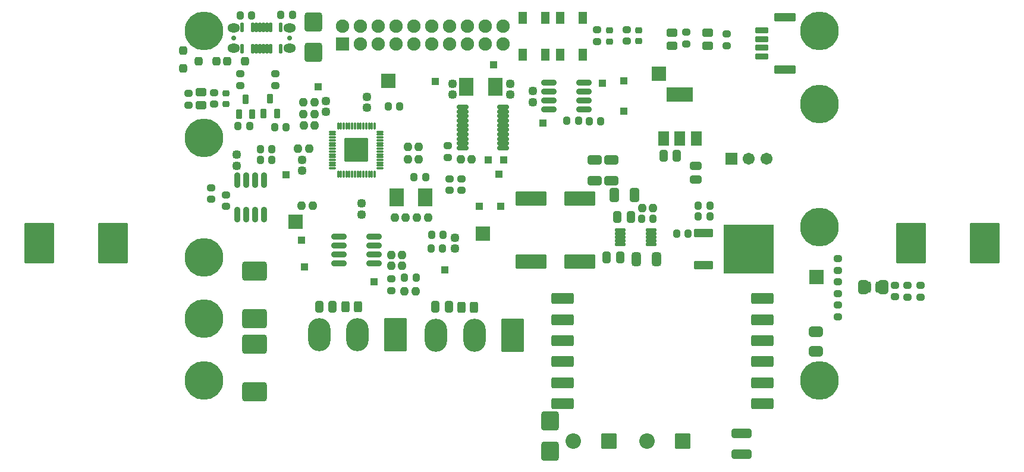
<source format=gts>
G04 #@! TF.GenerationSoftware,KiCad,Pcbnew,7.0.6*
G04 #@! TF.CreationDate,2024-01-26T23:20:00-08:00*
G04 #@! TF.ProjectId,POWER_BOARD,504f5745-525f-4424-9f41-52442e6b6963,rev?*
G04 #@! TF.SameCoordinates,Original*
G04 #@! TF.FileFunction,Soldermask,Top*
G04 #@! TF.FilePolarity,Negative*
%FSLAX46Y46*%
G04 Gerber Fmt 4.6, Leading zero omitted, Abs format (unit mm)*
G04 Created by KiCad (PCBNEW 7.0.6) date 2024-01-26 23:20:00*
%MOMM*%
%LPD*%
G01*
G04 APERTURE LIST*
G04 Aperture macros list*
%AMRoundRect*
0 Rectangle with rounded corners*
0 $1 Rounding radius*
0 $2 $3 $4 $5 $6 $7 $8 $9 X,Y pos of 4 corners*
0 Add a 4 corners polygon primitive as box body*
4,1,4,$2,$3,$4,$5,$6,$7,$8,$9,$2,$3,0*
0 Add four circle primitives for the rounded corners*
1,1,$1+$1,$2,$3*
1,1,$1+$1,$4,$5*
1,1,$1+$1,$6,$7*
1,1,$1+$1,$8,$9*
0 Add four rect primitives between the rounded corners*
20,1,$1+$1,$2,$3,$4,$5,0*
20,1,$1+$1,$4,$5,$6,$7,0*
20,1,$1+$1,$6,$7,$8,$9,0*
20,1,$1+$1,$8,$9,$2,$3,0*%
G04 Aperture macros list end*
%ADD10RoundRect,0.301600X-0.200000X-0.275000X0.200000X-0.275000X0.200000X0.275000X-0.200000X0.275000X0*%
%ADD11RoundRect,0.326600X0.225000X0.250000X-0.225000X0.250000X-0.225000X-0.250000X0.225000X-0.250000X0*%
%ADD12RoundRect,0.351600X0.262500X0.450000X-0.262500X0.450000X-0.262500X-0.450000X0.262500X-0.450000X0*%
%ADD13RoundRect,0.351600X1.400000X1.000000X-1.400000X1.000000X-1.400000X-1.000000X1.400000X-1.000000X0*%
%ADD14RoundRect,0.218750X-0.256250X0.218750X-0.256250X-0.218750X0.256250X-0.218750X0.256250X0.218750X0*%
%ADD15RoundRect,0.301600X0.200000X0.275000X-0.200000X0.275000X-0.200000X-0.275000X0.200000X-0.275000X0*%
%ADD16RoundRect,0.351600X-1.400000X-1.000000X1.400000X-1.000000X1.400000X1.000000X-1.400000X1.000000X0*%
%ADD17RoundRect,0.326600X-0.225000X-0.250000X0.225000X-0.250000X0.225000X0.250000X-0.225000X0.250000X0*%
%ADD18RoundRect,0.101600X-2.000000X-2.750000X2.000000X-2.750000X2.000000X2.750000X-2.000000X2.750000X0*%
%ADD19C,5.500000*%
%ADD20RoundRect,0.251600X-0.825000X-0.150000X0.825000X-0.150000X0.825000X0.150000X-0.825000X0.150000X0*%
%ADD21RoundRect,0.326600X0.250000X-0.225000X0.250000X0.225000X-0.250000X0.225000X-0.250000X-0.225000X0*%
%ADD22RoundRect,0.076200X0.088900X0.406400X-0.088900X0.406400X-0.088900X-0.406400X0.088900X-0.406400X0*%
%ADD23RoundRect,0.076200X0.406400X-0.088900X0.406400X0.088900X-0.406400X0.088900X-0.406400X-0.088900X0*%
%ADD24C,0.852400*%
%ADD25RoundRect,0.076200X1.600200X-1.600200X1.600200X1.600200X-1.600200X1.600200X-1.600200X-1.600200X0*%
%ADD26R,1.000000X1.000000*%
%ADD27RoundRect,0.351600X1.100000X-0.325000X1.100000X0.325000X-1.100000X0.325000X-1.100000X-0.325000X0*%
%ADD28RoundRect,0.351600X0.250000X0.475000X-0.250000X0.475000X-0.250000X-0.475000X0.250000X-0.475000X0*%
%ADD29RoundRect,0.144000X0.258000X-0.573000X0.258000X0.573000X-0.258000X0.573000X-0.258000X-0.573000X0*%
%ADD30RoundRect,0.351600X-0.325000X-0.650000X0.325000X-0.650000X0.325000X0.650000X-0.325000X0.650000X0*%
%ADD31RoundRect,0.101600X0.850000X-0.850000X0.850000X0.850000X-0.850000X0.850000X-0.850000X-0.850000X0*%
%ADD32O,1.903200X1.903200*%
%ADD33RoundRect,0.102000X0.850000X0.300000X-0.850000X0.300000X-0.850000X-0.300000X0.850000X-0.300000X0*%
%ADD34RoundRect,0.102000X-1.400000X-0.500000X1.400000X-0.500000X1.400000X0.500000X-1.400000X0.500000X0*%
%ADD35R,1.500000X2.000000*%
%ADD36R,3.800000X2.000000*%
%ADD37RoundRect,0.301600X-0.275000X0.200000X-0.275000X-0.200000X0.275000X-0.200000X0.275000X0.200000X0*%
%ADD38R,2.000000X2.000000*%
%ADD39RoundRect,0.102000X-0.950000X-1.200000X0.950000X-1.200000X0.950000X1.200000X-0.950000X1.200000X0*%
%ADD40RoundRect,0.301600X0.275000X-0.200000X0.275000X0.200000X-0.275000X0.200000X-0.275000X-0.200000X0*%
%ADD41RoundRect,0.351600X-0.250000X-0.250000X0.250000X-0.250000X0.250000X0.250000X-0.250000X0.250000X0*%
%ADD42RoundRect,0.101600X1.500000X2.250000X-1.500000X2.250000X-1.500000X-2.250000X1.500000X-2.250000X0*%
%ADD43O,3.203200X4.703200*%
%ADD44RoundRect,0.102000X-0.754000X-0.754000X0.754000X-0.754000X0.754000X0.754000X-0.754000X0.754000X0*%
%ADD45C,1.712000*%
%ADD46RoundRect,0.345350X-0.456250X0.243750X-0.456250X-0.243750X0.456250X-0.243750X0.456250X0.243750X0*%
%ADD47RoundRect,0.351600X0.250000X-0.250000X0.250000X0.250000X-0.250000X0.250000X-0.250000X-0.250000X0*%
%ADD48RoundRect,0.351600X-0.625000X0.375000X-0.625000X-0.375000X0.625000X-0.375000X0.625000X0.375000X0*%
%ADD49RoundRect,0.326600X-0.250000X0.225000X-0.250000X-0.225000X0.250000X-0.225000X0.250000X0.225000X0*%
%ADD50RoundRect,0.101600X0.495300X-0.774700X0.495300X0.774700X-0.495300X0.774700X-0.495300X-0.774700X0*%
%ADD51RoundRect,0.351600X-0.250000X-0.475000X0.250000X-0.475000X0.250000X0.475000X-0.250000X0.475000X0*%
%ADD52RoundRect,0.351600X0.900000X-1.000000X0.900000X1.000000X-0.900000X1.000000X-0.900000X-1.000000X0*%
%ADD53RoundRect,0.351600X-0.312500X-0.625000X0.312500X-0.625000X0.312500X0.625000X-0.312500X0.625000X0*%
%ADD54RoundRect,0.102000X0.950000X1.200000X-0.950000X1.200000X-0.950000X-1.200000X0.950000X-1.200000X0*%
%ADD55RoundRect,0.101600X-1.244600X0.469900X-1.244600X-0.469900X1.244600X-0.469900X1.244600X0.469900X0*%
%ADD56RoundRect,0.101600X-3.467100X3.390900X-3.467100X-3.390900X3.467100X-3.390900X3.467100X3.390900X0*%
%ADD57RoundRect,0.101600X-0.495300X0.774700X-0.495300X-0.774700X0.495300X-0.774700X0.495300X0.774700X0*%
%ADD58RoundRect,0.351600X-0.475000X0.250000X-0.475000X-0.250000X0.475000X-0.250000X0.475000X0.250000X0*%
%ADD59RoundRect,0.351600X-0.375000X-0.625000X0.375000X-0.625000X0.375000X0.625000X-0.375000X0.625000X0*%
%ADD60RoundRect,0.345350X-0.243750X-0.456250X0.243750X-0.456250X0.243750X0.456250X-0.243750X0.456250X0*%
%ADD61RoundRect,0.351600X0.650000X-0.325000X0.650000X0.325000X-0.650000X0.325000X-0.650000X-0.325000X0*%
%ADD62RoundRect,0.201600X0.637500X0.100000X-0.637500X0.100000X-0.637500X-0.100000X0.637500X-0.100000X0*%
%ADD63RoundRect,0.200000X1.371600X0.600000X-1.371600X0.600000X-1.371600X-0.600000X1.371600X-0.600000X0*%
%ADD64RoundRect,0.251600X0.150000X-0.825000X0.150000X0.825000X-0.150000X0.825000X-0.150000X-0.825000X0*%
%ADD65RoundRect,0.076200X-0.700000X-0.150000X0.700000X-0.150000X0.700000X0.150000X-0.700000X0.150000X0*%
%ADD66RoundRect,0.102000X2.075000X0.950000X-2.075000X0.950000X-2.075000X-0.950000X2.075000X-0.950000X0*%
%ADD67C,0.710000*%
%ADD68RoundRect,0.102000X0.150000X0.575000X-0.150000X0.575000X-0.150000X-0.575000X0.150000X-0.575000X0*%
%ADD69RoundRect,0.076200X0.150000X0.575000X-0.150000X0.575000X-0.150000X-0.575000X0.150000X-0.575000X0*%
%ADD70O,1.804000X1.304000*%
%ADD71RoundRect,0.101600X1.000000X1.000000X-1.000000X1.000000X-1.000000X-1.000000X1.000000X-1.000000X0*%
%ADD72O,2.203200X2.203200*%
G04 APERTURE END LIST*
D10*
X92647000Y-66548000D03*
X94297000Y-66548000D03*
D11*
X75799293Y-60409418D03*
X74249293Y-60409418D03*
D10*
X71278293Y-33304294D03*
X72928293Y-33304294D03*
D12*
X98806000Y-74930000D03*
X96981000Y-74930000D03*
D13*
X67564000Y-76552000D03*
X67564000Y-69752000D03*
D10*
X86563200Y-46278800D03*
X88213200Y-46278800D03*
D14*
X122250200Y-35432900D03*
X122250200Y-37007900D03*
D15*
X72039293Y-49233418D03*
X70389293Y-49233418D03*
D16*
X67564000Y-80166000D03*
X67564000Y-86966000D03*
D11*
X76071829Y-49035145D03*
X74521829Y-49035145D03*
D17*
X88900000Y-72644000D03*
X90450000Y-72644000D03*
D18*
X171525975Y-65740018D03*
X161025975Y-65740018D03*
D10*
X65182293Y-49106418D03*
X66832293Y-49106418D03*
D19*
X147922293Y-85301418D03*
D20*
X109474000Y-42926000D03*
X109474000Y-44196000D03*
X109474000Y-45466000D03*
X109474000Y-46736000D03*
X114424000Y-46736000D03*
X114424000Y-45466000D03*
X114424000Y-44196000D03*
X114424000Y-42926000D03*
D21*
X107155293Y-45690418D03*
X107155293Y-44140418D03*
D22*
X79425293Y-55923018D03*
X79825292Y-55923018D03*
X80225294Y-55923018D03*
X80625293Y-55923018D03*
X81025292Y-55923018D03*
X81425294Y-55923018D03*
X81825293Y-55923018D03*
X82225293Y-55923018D03*
X82625292Y-55923018D03*
X83025294Y-55923018D03*
X83425293Y-55923018D03*
X83825292Y-55923018D03*
X84225294Y-55923018D03*
X84625293Y-55923018D03*
D23*
X85428893Y-55119418D03*
X85428893Y-54719419D03*
X85428893Y-54319417D03*
X85428893Y-53919418D03*
X85428893Y-53519419D03*
X85428893Y-53119417D03*
X85428893Y-52719418D03*
X85428893Y-52319418D03*
X85428893Y-51919419D03*
X85428893Y-51519417D03*
X85428893Y-51119418D03*
X85428893Y-50719419D03*
X85428893Y-50319417D03*
X85428893Y-49919418D03*
D22*
X84625293Y-49115818D03*
X84225294Y-49115818D03*
X83825292Y-49115818D03*
X83425293Y-49115818D03*
X83025294Y-49115818D03*
X82625292Y-49115818D03*
X82225293Y-49115818D03*
X81825293Y-49115818D03*
X81425294Y-49115818D03*
X81025292Y-49115818D03*
X80625293Y-49115818D03*
X80225294Y-49115818D03*
X79825292Y-49115818D03*
X79425293Y-49115818D03*
D23*
X78621693Y-49919418D03*
X78621693Y-50319417D03*
X78621693Y-50719419D03*
X78621693Y-51119418D03*
X78621693Y-51519417D03*
X78621693Y-51919419D03*
X78621693Y-52319418D03*
X78621693Y-52719418D03*
X78621693Y-53119417D03*
X78621693Y-53519419D03*
X78621693Y-53919418D03*
X78621693Y-54319417D03*
X78621693Y-54719419D03*
X78621693Y-55119418D03*
D24*
X81025293Y-53519418D03*
X83025293Y-53519418D03*
X82025293Y-52519418D03*
D25*
X82025293Y-52519418D03*
D24*
X81025293Y-51519418D03*
X83025293Y-51519418D03*
D26*
X84582000Y-71297800D03*
D19*
X60292293Y-50757418D03*
D26*
X102964293Y-53932418D03*
D27*
X136906000Y-95836000D03*
X136906000Y-92886000D03*
D28*
X78654424Y-74860207D03*
X76754424Y-74860207D03*
D21*
X65024000Y-54750000D03*
X65024000Y-53200000D03*
D29*
X65311293Y-47371152D03*
X67211293Y-47371152D03*
X66261293Y-45251152D03*
D30*
X118716000Y-58902600D03*
X121666000Y-58902600D03*
D31*
X80098197Y-37383780D03*
D32*
X80098197Y-34843780D03*
X82638197Y-37383780D03*
X82638197Y-34843780D03*
X85178197Y-37383780D03*
X85178197Y-34843780D03*
X87718197Y-37383780D03*
X87718197Y-34843780D03*
X90258197Y-37383780D03*
X90258197Y-34843780D03*
X92798197Y-37383780D03*
X92798197Y-34843780D03*
X95338197Y-37383780D03*
X95338197Y-34843780D03*
X97878197Y-37383780D03*
X97878197Y-34843780D03*
X100418197Y-37383780D03*
X100418197Y-34843780D03*
X102958197Y-37383780D03*
X102958197Y-34843780D03*
D33*
X139728200Y-35454200D03*
X139728200Y-36704200D03*
X139728200Y-37954200D03*
X139728200Y-39204200D03*
D34*
X143078200Y-41054200D03*
X143078200Y-33604200D03*
D35*
X125792200Y-50901600D03*
X128092200Y-50901600D03*
D36*
X128092200Y-44601600D03*
D35*
X130392200Y-50901600D03*
D37*
X70452293Y-41677418D03*
X70452293Y-43327418D03*
D18*
X36862293Y-65740018D03*
X47362293Y-65740018D03*
D19*
X60292293Y-85301418D03*
D26*
X100805293Y-53932418D03*
X120142000Y-46990000D03*
D19*
X147922293Y-45931418D03*
D38*
X147497800Y-70612000D03*
D17*
X89362293Y-53805418D03*
X90912293Y-53805418D03*
D10*
X88880000Y-70684000D03*
X90530000Y-70684000D03*
D26*
X101567293Y-40343418D03*
D39*
X97696931Y-43533285D03*
X101796931Y-43533285D03*
D26*
X102329293Y-55964418D03*
X117043200Y-43027600D03*
D40*
X96951800Y-58254400D03*
X96951800Y-56604400D03*
D41*
X63647000Y-39878000D03*
X66147000Y-39878000D03*
D26*
X74218800Y-65379600D03*
D42*
X104267000Y-78870315D03*
D43*
X98817000Y-78870315D03*
X93367000Y-78870315D03*
D44*
X135396600Y-53746400D03*
D45*
X137896600Y-53746400D03*
X140396600Y-53746400D03*
D37*
X120523000Y-35370000D03*
X120523000Y-37020000D03*
D26*
X120142000Y-42672000D03*
D10*
X111982293Y-48344418D03*
X113632293Y-48344418D03*
D46*
X132029200Y-35816300D03*
X132029200Y-37691300D03*
D21*
X77691293Y-47087418D03*
X77691293Y-45537418D03*
D47*
X57404000Y-40874000D03*
X57404000Y-38374000D03*
D10*
X130714293Y-61933418D03*
X132364293Y-61933418D03*
D38*
X125069600Y-41681400D03*
D40*
X150622000Y-76263000D03*
X150622000Y-74613000D03*
D48*
X147447000Y-78353000D03*
X147447000Y-81153000D03*
D40*
X95060340Y-53560687D03*
X95060340Y-51910687D03*
D17*
X89362293Y-52027418D03*
X90912293Y-52027418D03*
D49*
X95719848Y-43063224D03*
X95719848Y-44613224D03*
D50*
X105740401Y-38896201D03*
X105740401Y-33646199D03*
X108940399Y-38896201D03*
X108940399Y-33646199D03*
D46*
X126955990Y-35765500D03*
X126955990Y-37640500D03*
D51*
X117680000Y-67818000D03*
X119580000Y-67818000D03*
D26*
X102583293Y-60536418D03*
D40*
X150622000Y-69659000D03*
X150622000Y-68009000D03*
D52*
X75913293Y-38556418D03*
X75913293Y-34256418D03*
X109601000Y-95418800D03*
X109601000Y-91118800D03*
D37*
X65499292Y-41677418D03*
X65499292Y-43327418D03*
D15*
X69989200Y-52374800D03*
X68339200Y-52374800D03*
X67108567Y-33324657D03*
X65458567Y-33324657D03*
D53*
X121847193Y-68072000D03*
X124772193Y-68072000D03*
D40*
X160528000Y-73456418D03*
X160528000Y-71806418D03*
D38*
X86614000Y-42672000D03*
D40*
X58115200Y-46113500D03*
X58115200Y-44463500D03*
D11*
X75291293Y-52281418D03*
X73741293Y-52281418D03*
D26*
X99535293Y-60536418D03*
D19*
X60292293Y-67801418D03*
D54*
X91865944Y-59215017D03*
X87765944Y-59215017D03*
D55*
X131445000Y-64332749D03*
D56*
X137858500Y-66622750D03*
D55*
X131445000Y-68912751D03*
D26*
X94615000Y-69596000D03*
D41*
X59583000Y-39878000D03*
X62083000Y-39878000D03*
D19*
X147922293Y-35517418D03*
D57*
X114248999Y-33646199D03*
X114248999Y-38896201D03*
X111049001Y-33646199D03*
X111049001Y-38896201D03*
D38*
X73373293Y-62695418D03*
D58*
X130378200Y-54803000D03*
X130378200Y-56703000D03*
D21*
X96022293Y-66566418D03*
X96022293Y-65016418D03*
D10*
X122644400Y-62280800D03*
X124294400Y-62280800D03*
D49*
X103901206Y-43046861D03*
X103901206Y-44596861D03*
D59*
X154225800Y-72059800D03*
D60*
X154700800Y-72059800D03*
X156550800Y-72059800D03*
D59*
X157025800Y-72059800D03*
D17*
X86982000Y-68961000D03*
X88532000Y-68961000D03*
D49*
X82771293Y-60142418D03*
X82771293Y-61692418D03*
D61*
X115951000Y-56847000D03*
X115951000Y-53897000D03*
D17*
X86997293Y-67437000D03*
X88547293Y-67437000D03*
D20*
X79574335Y-64866418D03*
X79574335Y-66136418D03*
X79574335Y-67406418D03*
X79574335Y-68676418D03*
X84524335Y-68676418D03*
X84524335Y-67406418D03*
X84524335Y-66136418D03*
X84524335Y-64866418D03*
D14*
X63500000Y-44424500D03*
X63500000Y-45999500D03*
D10*
X130714293Y-60409418D03*
X132364293Y-60409418D03*
D15*
X91884000Y-56388000D03*
X90234000Y-56388000D03*
D19*
X147922293Y-63500000D03*
D62*
X102908091Y-52224313D03*
X102908091Y-51574313D03*
X102908091Y-50924313D03*
X102908091Y-50274313D03*
X102908091Y-49624313D03*
X102908091Y-48974313D03*
X102908091Y-48324313D03*
X102908091Y-47674313D03*
X102908091Y-47024313D03*
X102908091Y-46374313D03*
X97183091Y-46374313D03*
X97183091Y-47024313D03*
X97183091Y-47674313D03*
X97183091Y-48324313D03*
X97183091Y-48974313D03*
X97183091Y-49624313D03*
X97183091Y-50274313D03*
X97183091Y-50924313D03*
X97183091Y-51574313D03*
X97183091Y-52224313D03*
D63*
X139827000Y-88659996D03*
X139827000Y-85659997D03*
X139827000Y-82659998D03*
X139827000Y-79659998D03*
X139827000Y-76659999D03*
X139827000Y-73660000D03*
X111359010Y-73660000D03*
X111359010Y-76659999D03*
X111359010Y-79659998D03*
X111359010Y-82659998D03*
X111359010Y-85659997D03*
X111359010Y-88659996D03*
D37*
X129032000Y-35751000D03*
X129032000Y-37401000D03*
D11*
X89047697Y-62094802D03*
X87497697Y-62094802D03*
D37*
X61366400Y-57874400D03*
X61366400Y-59524400D03*
D40*
X150622000Y-72961000D03*
X150622000Y-71311000D03*
D64*
X65037293Y-61719000D03*
X66307293Y-61719000D03*
X67577293Y-61719000D03*
X68847293Y-61719000D03*
X68847293Y-56769000D03*
X67577293Y-56769000D03*
X66307293Y-56769000D03*
X65037293Y-56769000D03*
D29*
X68812724Y-47330426D03*
X70712724Y-47330426D03*
X69762724Y-45210426D03*
D37*
X86995000Y-70866000D03*
X86995000Y-72516000D03*
D65*
X119635054Y-63922708D03*
X119635054Y-64422708D03*
X119635054Y-64922708D03*
X119635054Y-65422708D03*
X119635054Y-65922708D03*
X124035054Y-65922708D03*
X124035054Y-65422708D03*
X124035054Y-64922708D03*
X124035054Y-64422708D03*
X124035054Y-63922708D03*
D42*
X87622293Y-78851418D03*
D43*
X82172293Y-78851418D03*
X76722293Y-78851418D03*
D11*
X124244400Y-60807600D03*
X122694400Y-60807600D03*
D37*
X162342293Y-71796418D03*
X162342293Y-73446418D03*
X116281200Y-35395400D03*
X116281200Y-37045400D03*
D11*
X76053293Y-45677418D03*
X74503293Y-45677418D03*
D37*
X158750000Y-71786418D03*
X158750000Y-73436418D03*
D40*
X134747000Y-37655000D03*
X134747000Y-36005000D03*
D12*
X82270179Y-74849094D03*
X80445179Y-74849094D03*
D26*
X108610400Y-48691800D03*
D40*
X95310000Y-58254400D03*
X95310000Y-56604400D03*
D11*
X76060565Y-47426145D03*
X74510565Y-47426145D03*
D19*
X60292293Y-35517418D03*
D21*
X83566000Y-46495000D03*
X83566000Y-44945000D03*
D51*
X119192000Y-62060000D03*
X121092000Y-62060000D03*
D15*
X69989200Y-53898800D03*
X68339200Y-53898800D03*
D46*
X59944000Y-44249400D03*
X59944000Y-46124400D03*
D28*
X95186861Y-74857000D03*
X93286861Y-74857000D03*
D66*
X113838000Y-68376800D03*
X106888000Y-68376800D03*
X113838000Y-59436000D03*
X106888000Y-59436000D03*
D10*
X92717293Y-64611418D03*
X94367293Y-64611418D03*
D26*
X93294200Y-42748200D03*
X74599800Y-69189600D03*
D17*
X90681663Y-62106100D03*
X92231663Y-62106100D03*
D67*
X72523179Y-36567981D03*
X64523179Y-36567981D03*
D68*
X71273179Y-38052981D03*
D69*
X69773179Y-38052981D03*
X69273179Y-38052981D03*
X68773179Y-38052981D03*
X68273179Y-38052981D03*
X67773179Y-38052981D03*
X67273179Y-38052981D03*
D68*
X65773179Y-38052981D03*
X65773179Y-35082981D03*
D69*
X67273179Y-35082981D03*
X67773179Y-35082981D03*
X68273179Y-35082981D03*
X68773179Y-35082981D03*
X69273179Y-35082981D03*
X69773179Y-35082981D03*
D68*
X71273179Y-35082981D03*
D70*
X72523179Y-37997981D03*
X64523179Y-37997981D03*
X72523179Y-35137981D03*
X64523179Y-35137981D03*
D10*
X127636000Y-64389000D03*
X129286000Y-64389000D03*
D26*
X72009000Y-56007000D03*
D49*
X74262293Y-53919418D03*
X74262293Y-55469418D03*
D17*
X96910006Y-53810438D03*
X98460006Y-53810438D03*
D61*
X118364000Y-56847000D03*
X118364000Y-53897000D03*
D10*
X115180690Y-48400462D03*
X116830690Y-48400462D03*
D40*
X61747400Y-45986500D03*
X61747400Y-44336500D03*
X63449200Y-60540400D03*
X63449200Y-58890400D03*
D19*
X60292293Y-76551418D03*
D38*
X100076000Y-64439800D03*
D26*
X76548293Y-43518418D03*
D28*
X127649682Y-53314200D03*
X125749682Y-53314200D03*
D14*
X118059200Y-35483700D03*
X118059200Y-37058700D03*
D71*
X117974998Y-93993500D03*
D72*
X112894998Y-93993500D03*
D71*
X128524000Y-93980000D03*
D72*
X123444000Y-93980000D03*
M02*

</source>
